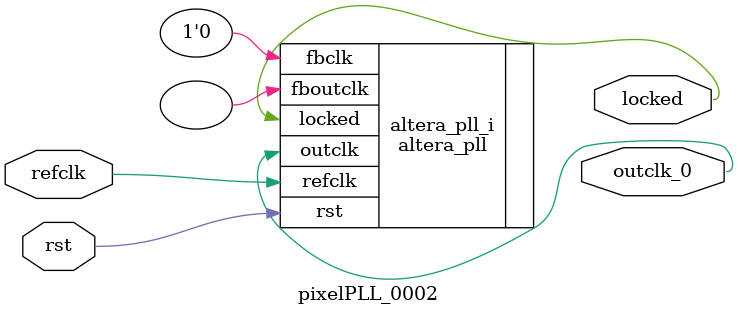
<source format=v>
`timescale 1ns/10ps
module  pixelPLL_0002(

	// interface 'refclk'
	input wire refclk,

	// interface 'reset'
	input wire rst,

	// interface 'outclk0'
	output wire outclk_0,

	// interface 'locked'
	output wire locked
);

	altera_pll #(
		.fractional_vco_multiplier("false"),
		.reference_clock_frequency("50.0 MHz"),
		.operation_mode("direct"),
		.number_of_clocks(1),
		.output_clock_frequency0("55.294117 MHz"),
		.phase_shift0("0 ps"),
		.duty_cycle0(50),
		.output_clock_frequency1("0 MHz"),
		.phase_shift1("0 ps"),
		.duty_cycle1(50),
		.output_clock_frequency2("0 MHz"),
		.phase_shift2("0 ps"),
		.duty_cycle2(50),
		.output_clock_frequency3("0 MHz"),
		.phase_shift3("0 ps"),
		.duty_cycle3(50),
		.output_clock_frequency4("0 MHz"),
		.phase_shift4("0 ps"),
		.duty_cycle4(50),
		.output_clock_frequency5("0 MHz"),
		.phase_shift5("0 ps"),
		.duty_cycle5(50),
		.output_clock_frequency6("0 MHz"),
		.phase_shift6("0 ps"),
		.duty_cycle6(50),
		.output_clock_frequency7("0 MHz"),
		.phase_shift7("0 ps"),
		.duty_cycle7(50),
		.output_clock_frequency8("0 MHz"),
		.phase_shift8("0 ps"),
		.duty_cycle8(50),
		.output_clock_frequency9("0 MHz"),
		.phase_shift9("0 ps"),
		.duty_cycle9(50),
		.output_clock_frequency10("0 MHz"),
		.phase_shift10("0 ps"),
		.duty_cycle10(50),
		.output_clock_frequency11("0 MHz"),
		.phase_shift11("0 ps"),
		.duty_cycle11(50),
		.output_clock_frequency12("0 MHz"),
		.phase_shift12("0 ps"),
		.duty_cycle12(50),
		.output_clock_frequency13("0 MHz"),
		.phase_shift13("0 ps"),
		.duty_cycle13(50),
		.output_clock_frequency14("0 MHz"),
		.phase_shift14("0 ps"),
		.duty_cycle14(50),
		.output_clock_frequency15("0 MHz"),
		.phase_shift15("0 ps"),
		.duty_cycle15(50),
		.output_clock_frequency16("0 MHz"),
		.phase_shift16("0 ps"),
		.duty_cycle16(50),
		.output_clock_frequency17("0 MHz"),
		.phase_shift17("0 ps"),
		.duty_cycle17(50),
		.pll_type("General"),
		.pll_subtype("General")
	) altera_pll_i (
		.rst	(rst),
		.outclk	({outclk_0}),
		.locked	(locked),
		.fboutclk	( ),
		.fbclk	(1'b0),
		.refclk	(refclk)
	);
endmodule


</source>
